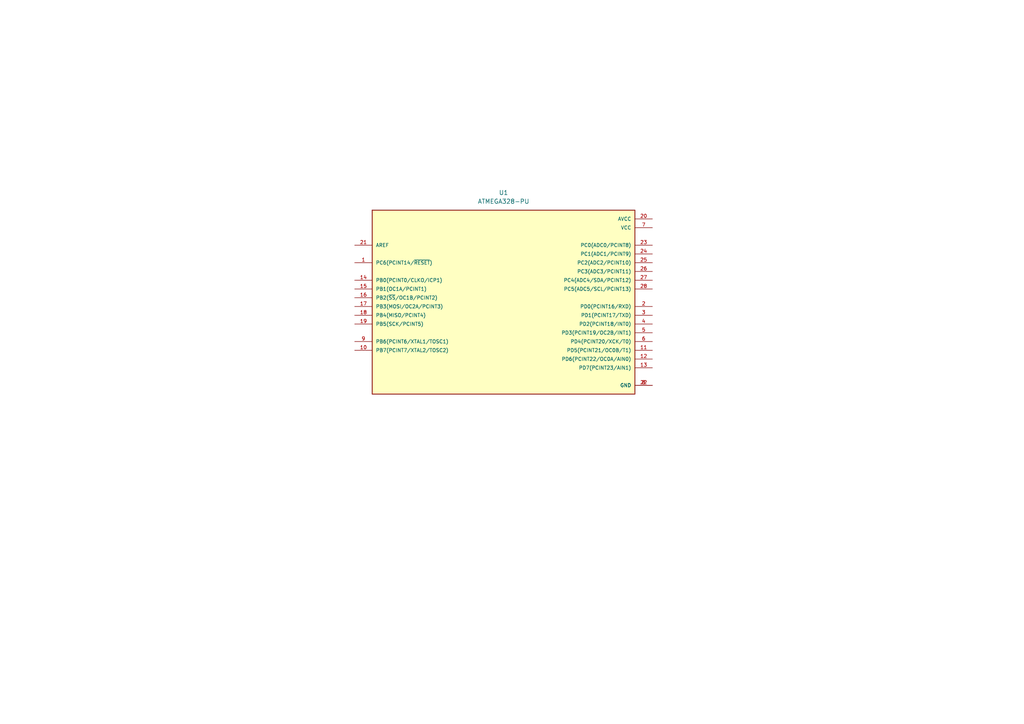
<source format=kicad_sch>
(kicad_sch (version 20231120) (generator "eeschema") (generator_version "8.0")
  (paper "A4")
  (lib_symbols
    (symbol "ATMEGA328-PU:ATMEGA328-PU" (pin_names (offset 1.016))
      (property "Reference" "U" (at -38.1 26.289 0))
      (property "Value" "ATMEGA328-PU" (at -38.1 -30.48 0))
      (symbol "ATMEGA328-PU_0_0"
        (rectangle (start -38.1 -27.94) (end 38.1 25.4) (stroke (width 0.254)) (fill (type background)))
        (pin bidirectional line (at -43.18 10.16 0) (length 5.08) (name "PC6(PCINT14/~{RESET})") (number "1"))
        (pin bidirectional line (at -43.18 -15.24 0) (length 5.08) (name "PB7(PCINT7/XTAL2/TOSC2)") (number "10"))
        (pin bidirectional line (at 43.18 -15.24 180) (length 5.08) (name "PD5(PCINT21/OC0B/T1)") (number "11"))
        (pin bidirectional line (at 43.18 -17.78 180) (length 5.08) (name "PD6(PCINT22/OC0A/AIN0)") (number "12"))
        (pin bidirectional line (at 43.18 -20.32 180) (length 5.08) (name "PD7(PCINT23/AIN1)") (number "13"))
        (pin bidirectional line (at -43.18 5.08 0) (length 5.08) (name "PB0(PCINT0/CLKO/ICP1)") (number "14"))
        (pin bidirectional line (at -43.18 2.54 0) (length 5.08) (name "PB1(OC1A/PCINT1)") (number "15"))
        (pin bidirectional line (at -43.18 0 0) (length 5.08) (name "PB2(~{SS}/OC1B/PCINT2)") (number "16"))
        (pin bidirectional line (at -43.18 -2.54 0) (length 5.08) (name "PB3(MOSI/OC2A/PCINT3)") (number "17"))
        (pin bidirectional line (at -43.18 -5.08 0) (length 5.08) (name "PB4(MISO/PCINT4)") (number "18"))
        (pin bidirectional line (at -43.18 -7.62 0) (length 5.08) (name "PB5(SCK/PCINT5)") (number "19"))
        (pin bidirectional line (at 43.18 -2.54 180) (length 5.08) (name "PD0(PCINT16/RXD)") (number "2"))
        (pin power_in line (at 43.18 22.86 180) (length 5.08) (name "AVCC") (number "20"))
        (pin input line (at -43.18 15.24 0) (length 5.08) (name "AREF") (number "21"))
        (pin power_in line (at 43.18 -25.4 180) (length 5.08) (name "GND") (number "22"))
        (pin bidirectional line (at 43.18 15.24 180) (length 5.08) (name "PC0(ADC0/PCINT8)") (number "23"))
        (pin bidirectional line (at 43.18 12.7 180) (length 5.08) (name "PC1(ADC1/PCINT9)") (number "24"))
        (pin bidirectional line (at 43.18 10.16 180) (length 5.08) (name "PC2(ADC2/PCINT10)") (number "25"))
        (pin bidirectional line (at 43.18 7.62 180) (length 5.08) (name "PC3(ADC3/PCINT11)") (number "26"))
        (pin bidirectional line (at 43.18 5.08 180) (length 5.08) (name "PC4(ADC4/SDA/PCINT12)") (number "27"))
        (pin bidirectional line (at 43.18 2.54 180) (length 5.08) (name "PC5(ADC5/SCL/PCINT13)") (number "28"))
        (pin bidirectional line (at 43.18 -5.08 180) (length 5.08) (name "PD1(PCINT17/TXD)") (number "3"))
        (pin bidirectional line (at 43.18 -7.62 180) (length 5.08) (name "PD2(PCINT18/INT0)") (number "4"))
        (pin bidirectional line (at 43.18 -10.16 180) (length 5.08) (name "PD3(PCINT19/OC2B/INT1)") (number "5"))
        (pin bidirectional line (at 43.18 -12.7 180) (length 5.08) (name "PD4(PCINT20/XCK/T0)") (number "6"))
        (pin power_in line (at 43.18 20.32 180) (length 5.08) (name "VCC") (number "7"))
        (pin power_in line (at 43.18 -25.4 180) (length 5.08) (name "GND") (number "8"))
        (pin bidirectional line (at -43.18 -12.7 0) (length 5.08) (name "PB6(PCINT6/XTAL1/TOSC1)") (number "9"))
      )
    )
  )
  (symbol (lib_id "ATMEGA328-PU:ATMEGA328-PU") (at 146.05 86.36 0) (unit 1)
    (property "Reference" "U1" (at 146.05 55.88 0))
    (property "Value" "ATMEGA328-PU" (at 146.05 58.42 0))
    (property "Footprint" "ATMEGA328-PU:DIP787W46P254L3467H508Q28" (effects (hide yes)))
    (property "MF" "Microchip Technology" (effects (hide yes)))
    (property "MAXIMUM_PACKAGE_HEIGHT" "5.08 mm" (effects (hide yes)))
    (property "Package" "DIP-28 Microchip Technology" (effects (hide yes)))
    (property "Price" "None" (effects (hide yes)))
    (property "Check_prices" "https://www.snapeda.com/parts/ATMEGA328-PU/Microchip/view-part/?ref=eda" (effects (hide yes)))
    (property "STANDARD" "IPC 7351B" (effects (hide yes)))
    (property "PARTREV" "B" (effects (hide yes)))
    (property "SnapEDA_Link" "https://www.snapeda.com/parts/ATMEGA328-PU/Microchip/view-part/?ref=snap" (effects (hide yes)))
    (property "MP" "ATMEGA328-PU" (effects (hide yes)))
    (property "Purchase-URL" "https://www.snapeda.com/api/url_track_click_mouser/?unipart_id=4833845&manufacturer=Microchip Technology&part_name=ATMEGA328-PU&search_term=None" (effects (hide yes)))
    (property "Description_1" "\nAVR AVR® ATmega Microcontroller IC 8-Bit 20MHz 32KB (16K x 16) FLASH 28-PDIP\n" (effects (hide yes)))
    (property "Availability" "In Stock" (effects (hide yes)))
    (property "MANUFACTURER" "Microchip Technology" (effects (hide yes)))
  )
)
</source>
